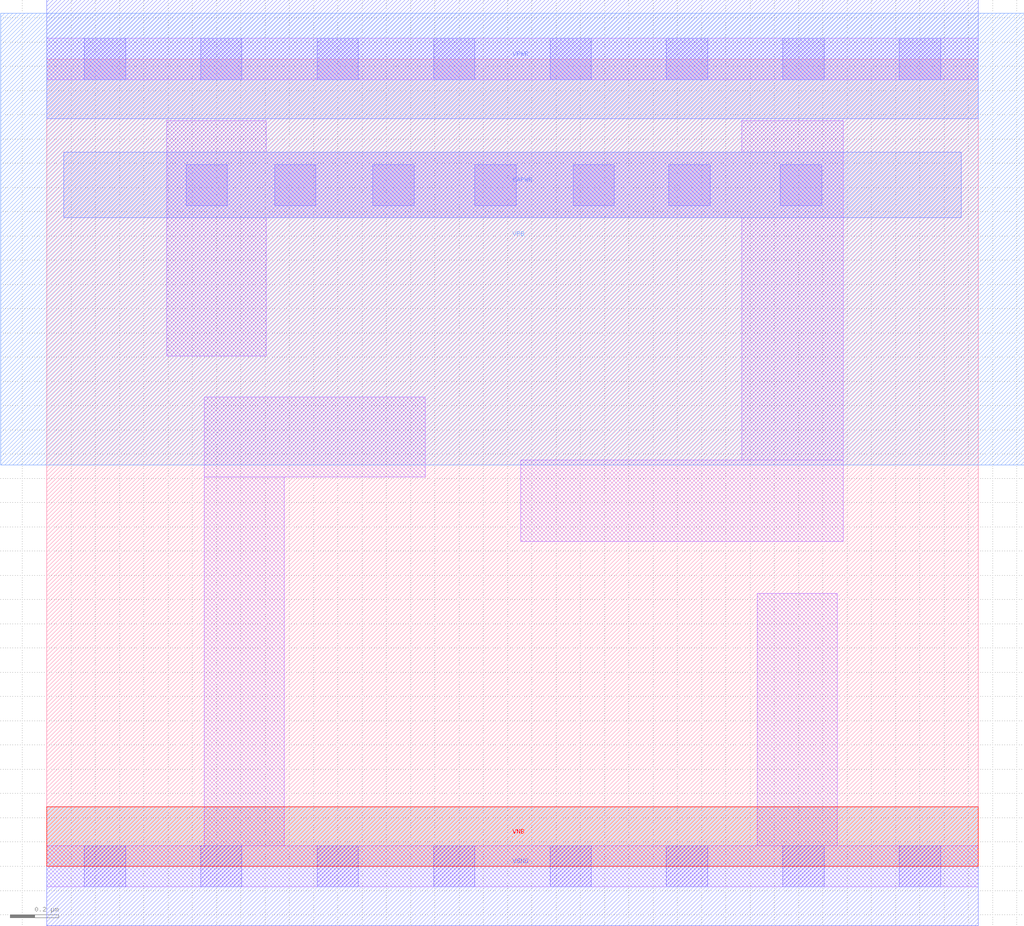
<source format=lef>
# Copyright 2020 The SkyWater PDK Authors
#
# Licensed under the Apache License, Version 2.0 (the "License");
# you may not use this file except in compliance with the License.
# You may obtain a copy of the License at
#
#     https://www.apache.org/licenses/LICENSE-2.0
#
# Unless required by applicable law or agreed to in writing, software
# distributed under the License is distributed on an "AS IS" BASIS,
# WITHOUT WARRANTIES OR CONDITIONS OF ANY KIND, either express or implied.
# See the License for the specific language governing permissions and
# limitations under the License.
#
# SPDX-License-Identifier: Apache-2.0

VERSION 5.7 ;
  NOWIREEXTENSIONATPIN ON ;
  DIVIDERCHAR "/" ;
  BUSBITCHARS "[]" ;
MACRO sky130_fd_sc_lp__decapkapwr_8
  CLASS CORE SPACER ;
  FOREIGN sky130_fd_sc_lp__decapkapwr_8 ;
  ORIGIN  0.000000  0.000000 ;
  SIZE  3.840000 BY  3.330000 ;
  SYMMETRY X Y R90 ;
  SITE unit ;
  PIN KAPWR
    DIRECTION INOUT ;
    USE POWER ;
    PORT
      LAYER met1 ;
        RECT 0.070000 2.675000 3.770000 2.945000 ;
    END
  END KAPWR
  PIN VGND
    DIRECTION INOUT ;
    USE GROUND ;
    PORT
      LAYER met1 ;
        RECT 0.000000 -0.245000 3.840000 0.245000 ;
    END
  END VGND
  PIN VNB
    DIRECTION INOUT ;
    USE GROUND ;
    PORT
      LAYER pwell ;
        RECT 0.000000 0.000000 3.840000 0.245000 ;
    END
  END VNB
  PIN VPB
    DIRECTION INOUT ;
    USE POWER ;
    PORT
      LAYER nwell ;
        RECT -0.190000 1.655000 4.030000 3.520000 ;
    END
  END VPB
  PIN VPWR
    DIRECTION INOUT ;
    USE POWER ;
    PORT
      LAYER met1 ;
        RECT 0.000000 3.085000 3.840000 3.575000 ;
    END
  END VPWR
  OBS
    LAYER li1 ;
      RECT 0.000000 -0.085000 3.840000 0.085000 ;
      RECT 0.000000  3.245000 3.840000 3.415000 ;
      RECT 0.495000  2.105000 0.905000 2.675000 ;
      RECT 0.495000  2.675000 3.285000 2.945000 ;
      RECT 0.495000  2.945000 0.905000 3.075000 ;
      RECT 0.650000  0.085000 0.980000 1.605000 ;
      RECT 0.650000  1.605000 1.560000 1.935000 ;
      RECT 1.955000  1.340000 3.285000 1.675000 ;
      RECT 2.865000  1.675000 3.285000 2.675000 ;
      RECT 2.865000  2.945000 3.285000 3.075000 ;
      RECT 2.930000  0.085000 3.260000 1.125000 ;
    LAYER mcon ;
      RECT 0.155000 -0.085000 0.325000 0.085000 ;
      RECT 0.155000  3.245000 0.325000 3.415000 ;
      RECT 0.575000  2.725000 0.745000 2.895000 ;
      RECT 0.635000 -0.085000 0.805000 0.085000 ;
      RECT 0.635000  3.245000 0.805000 3.415000 ;
      RECT 0.940000  2.725000 1.110000 2.895000 ;
      RECT 1.115000 -0.085000 1.285000 0.085000 ;
      RECT 1.115000  3.245000 1.285000 3.415000 ;
      RECT 1.345000  2.725000 1.515000 2.895000 ;
      RECT 1.595000 -0.085000 1.765000 0.085000 ;
      RECT 1.595000  3.245000 1.765000 3.415000 ;
      RECT 1.765000  2.725000 1.935000 2.895000 ;
      RECT 2.075000 -0.085000 2.245000 0.085000 ;
      RECT 2.075000  3.245000 2.245000 3.415000 ;
      RECT 2.170000  2.725000 2.340000 2.895000 ;
      RECT 2.555000 -0.085000 2.725000 0.085000 ;
      RECT 2.555000  3.245000 2.725000 3.415000 ;
      RECT 2.565000  2.725000 2.735000 2.895000 ;
      RECT 3.025000  2.725000 3.195000 2.895000 ;
      RECT 3.035000 -0.085000 3.205000 0.085000 ;
      RECT 3.035000  3.245000 3.205000 3.415000 ;
      RECT 3.515000 -0.085000 3.685000 0.085000 ;
      RECT 3.515000  3.245000 3.685000 3.415000 ;
  END
END sky130_fd_sc_lp__decapkapwr_8
END LIBRARY

</source>
